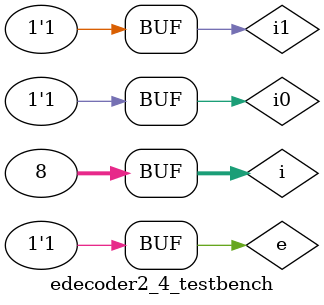
<source format=sv>
`timescale 1ps/1ps
module edecoder2_4(i1, i0, e, o0, o1, o2, o3);
	input logic i1, i0, e;
	output logic o0, o1, o2, o3;
	
	logic i1Not, i0Not;
	not #50 not1 (i1Not, i1);
	not #50 not0 (i0Not, i0);
	
	and #50 a0 (o0, e, i1Not, i0Not);
	and #50 a1 (o1, e, i1Not, i0);
	and #50 a2 (o2, e, i1, i0Not);
	and #50 a3 (o3, e, i1, i0);
endmodule

module edecoder2_4_testbench();
	logic i1, i0, e;
	logic o0, o1, o2, o3;
	
	edecoder2_4 dut (.*);
	
	integer i;
	initial begin
		for(i = 0; i < 8; i++) begin
			{i1, i0, e} = i; #100;
		end
	end
endmodule	
</source>
